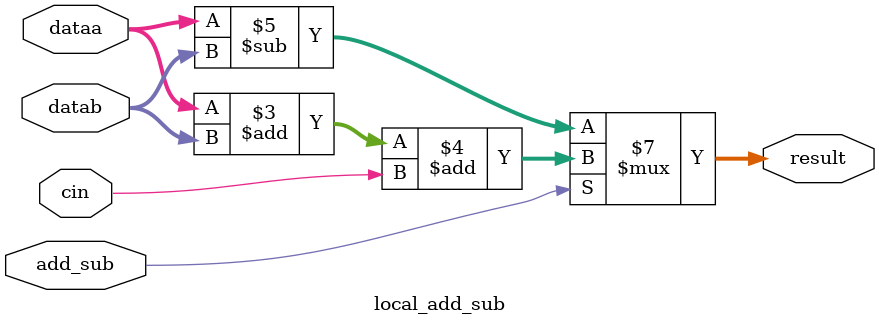
<source format=v>
module local_add_sub(
dataa,
datab,
cin,
add_sub,
result
);

parameter WIDTH = 32;
parameter PIPELINE = 0;
parameter REPRESENTATION = "SIGNED";

input[WIDTH-1:0] dataa;
input[WIDTH-1:0] datab;
input cin;
input add_sub;
output reg [WIDTH-1:0] result;

always @(*)begin
    if(add_sub == 1'b1)
         result = dataa+datab+cin;
    else
         result = dataa - datab;
end

endmodule

</source>
